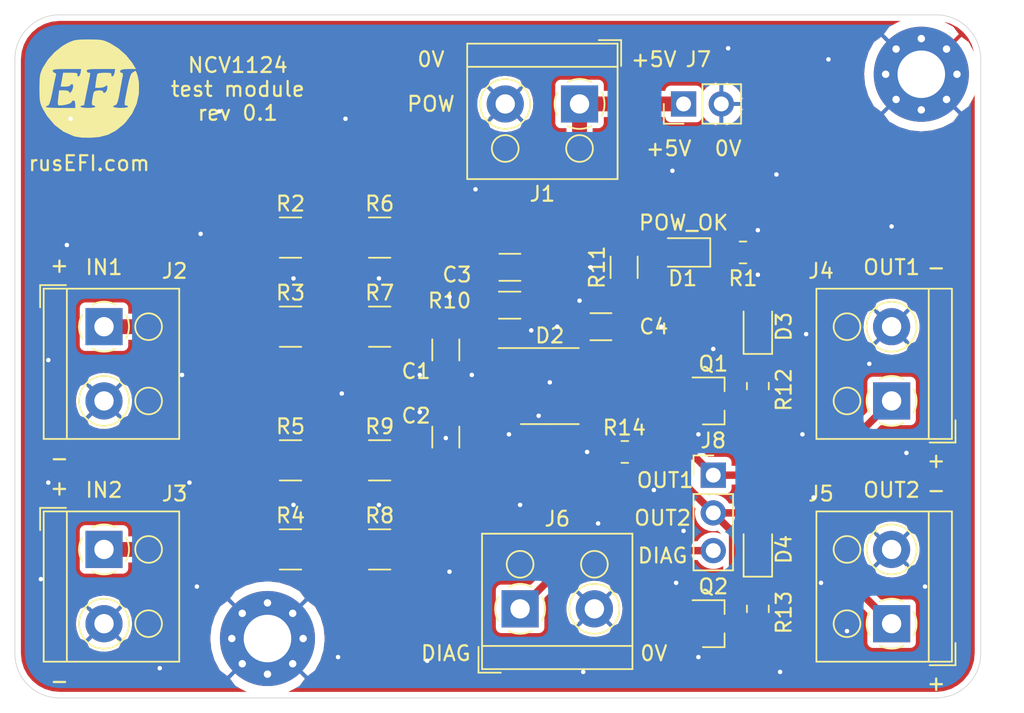
<source format=kicad_pcb>
(kicad_pcb (version 20221018) (generator pcbnew)
  (title_block (date "2020-12-12") (company "rusEFI.com"))
  (layers (0 "F.Cu" signal) (31 "B.Cu" signal) (34 "B.Paste" user) (35 "F.Paste" user) (36 "B.SilkS" user "B.Silkscreen") (37 "F.SilkS" user "F.Silkscreen") (38 "B.Mask" user) (39 "F.Mask" user) (44 "Edge.Cuts" user))
  (net 0 "")
  (net 1 "GND")
  (net 2 "Net-(C1-Pad1)")
  (net 3 "Net-(C2-Pad1)")
  (net 4 "Net-(C3-Pad2)")
  (net 5 "+5V")
  (net 6 "Net-(C4-Pad1)")
  (net 7 "Net-(D1-Pad1)")
  (net 8 "Net-(D2-Pad7)")
  (net 9 "Net-(D2-Pad6)")
  (net 10 "Net-(D2-Pad5)")
  (net 11 "Net-(D3-Pad1)")
  (net 12 "Net-(D4-Pad1)")
  (net 13 "Net-(J2-Pad1)")
  (net 14 "Net-(J3-Pad1)")
  (net 15 "Net-(Q1-Pad3)")
  (net 16 "Net-(Q2-Pad3)")
  (net 17 "Net-(R2-Pad2)")
  (net 18 "Net-(R3-Pad2)")
  (net 19 "Net-(R4-Pad2)")
  (net 20 "Net-(R5-Pad2)")
  (footprint "Capacitor_SMD:C_1206_3216Metric_Pad1.33x1.80mm_HandSolder" (layer "F.Cu") (at 134 44.5625 -90)
    (fp_text reference "C1" (at 1.4375 2) (layer "F.SilkS"))
    (fp_text value "0.022u")
    (pad "1" smd roundrect (at -1.5625 0 270) (size 1.325 1.8) (layers "F.Cu" "F.Paste" "F.Mask") (roundrect_rratio 0.1886769811) (net 2 "Net-(C1-Pad1)"))
    (pad "2" smd roundrect (at 1.5625 0 270) (size 1.325 1.8) (layers "F.Cu" "F.Paste" "F.Mask") (roundrect_rratio 0.1886769811) (net 1 "GND"))
  )
  (footprint "Capacitor_SMD:C_1206_3216Metric_Pad1.33x1.80mm_HandSolder" (layer "F.Cu") (at 134 50.4375 90)
    (fp_text reference "C2" (at 1.4375 -2) (layer "F.SilkS"))
    (fp_text value "0.022u")
    (pad "1" smd roundrect (at -1.5625 0 90) (size 1.325 1.8) (layers "F.Cu" "F.Paste" "F.Mask") (roundrect_rratio 0.1886769811) (net 3 "Net-(C2-Pad1)"))
    (pad "2" smd roundrect (at 1.5625 0 90) (size 1.325 1.8) (layers "F.Cu" "F.Paste" "F.Mask") (roundrect_rratio 0.1886769811) (net 1 "GND"))
  )
  (footprint "Capacitor_SMD:C_1206_3216Metric_Pad1.33x1.80mm_HandSolder" (layer "F.Cu") (at 144.4375 43 180)
    (fp_text reference "C4" (at -3.5625 0) (layer "F.SilkS"))
    (fp_text value "0.22u")
    (pad "1" smd roundrect (at -1.5625 0 180) (size 1.325 1.8) (layers "F.Cu" "F.Paste" "F.Mask") (roundrect_rratio 0.1886769811) (net 6 "Net-(C4-Pad1)"))
    (pad "2" smd roundrect (at 1.5625 0 180) (size 1.325 1.8) (layers "F.Cu" "F.Paste" "F.Mask") (roundrect_rratio 0.1886769811) (net 1 "GND"))
  )
  (footprint "LED_SMD:LED_0805_2012Metric_Pad1.15x1.40mm_HandSolder" (layer "F.Cu") (at 155 42.975 90)
    (fp_text reference "D3" (at -0.025 1.75 90) (layer "F.SilkS"))
    (fp_text value "LED")
    (pad "1" smd roundrect (at -1.025 0 90) (size 1.15 1.4) (layers "F.Cu" "F.Paste" "F.Mask") (roundrect_rratio 0.2173904348) (net 11 "Net-(D3-Pad1)"))
    (pad "2" smd roundrect (at 1.025 0 90) (size 1.15 1.4) (layers "F.Cu" "F.Paste" "F.Mask") (roundrect_rratio 0.2173904348) (net 5 "+5V"))
  )
  (footprint "LED_SMD:LED_0805_2012Metric_Pad1.15x1.40mm_HandSolder" (layer "F.Cu") (at 155 57.975 90)
    (fp_text reference "D4" (at -0.025 1.75 90) (layer "F.SilkS"))
    (fp_text value "LED")
    (pad "1" smd roundrect (at -1.025 0 90) (size 1.15 1.4) (layers "F.Cu" "F.Paste" "F.Mask") (roundrect_rratio 0.2173904348) (net 12 "Net-(D4-Pad1)"))
    (pad "2" smd roundrect (at 1.025 0 90) (size 1.15 1.4) (layers "F.Cu" "F.Paste" "F.Mask") (roundrect_rratio 0.2173904348) (net 5 "+5V"))
  )
  (footprint "TerminalBlock_RND:TerminalBlock_RND_205-00001_1x02_P5.00mm_Horizontal" (layer "F.Cu") (at 143 28 180)
    (fp_text reference "J1" (at 2.5 -6.06) (layer "F.SilkS"))
    (fp_text value "Screw_Terminal_01x02")
    (pad "1" thru_hole rect (at 0 0 180) (size 2.5 2.5) (drill 1.3) (layers "*.Cu" "*.Mask") (net 5 "+5V"))
    (pad "2" thru_hole circle (at 5 0 180) (size 2.5 2.5) (drill 1.3) (layers "*.Cu" "*.Mask") (net 1 "GND"))
  )
  (footprint "TerminalBlock_RND:TerminalBlock_RND_205-00001_1x02_P5.00mm_Horizontal" (layer "F.Cu") (at 111 43 -90)
    (fp_text reference "J2" (at -3.75 -4.75 180) (layer "F.SilkS"))
    (fp_text value "Screw_Terminal_01x02")
    (pad "1" thru_hole rect (at 0 0 270) (size 2.5 2.5) (drill 1.3) (layers "*.Cu" "*.Mask") (net 13 "Net-(J2-Pad1)"))
    (pad "2" thru_hole circle (at 5 0 270) (size 2.5 2.5) (drill 1.3) (layers "*.Cu" "*.Mask") (net 1 "GND"))
  )
  (footprint "TerminalBlock_RND:TerminalBlock_RND_205-00001_1x02_P5.00mm_Horizontal" (layer "F.Cu") (at 139 62)
    (fp_text reference "J6" (at 2.5 -6.06) (layer "F.SilkS"))
    (fp_text value "Screw_Terminal_01x02")
    (pad "1" thru_hole rect (at 0 0) (size 2.5 2.5) (drill 1.3) (layers "*.Cu" "*.Mask") (net 10 "Net-(D2-Pad5)"))
    (pad "2" thru_hole circle (at 5 0) (size 2.5 2.5) (drill 1.3) (layers "*.Cu" "*.Mask") (net 1 "GND"))
  )
  (footprint "Package_TO_SOT_SMD:SOT-23" (layer "F.Cu") (at 152 48)
    (fp_text reference "Q1" (at 0 -2.5) (layer "F.SilkS"))
    (fp_text value "2N7002")
    (pad "1" smd rect (at -1 -0.95) (size 0.9 0.8) (layers "F.Cu" "F.Paste" "F.Mask") (net 8 "Net-(D2-Pad7)"))
    (pad "2" smd rect (at -1 0.95) (size 0.9 0.8) (layers "F.Cu" "F.Paste" "F.Mask") (net 1 "GND"))
    (pad "3" smd rect (at 1 0) (size 0.9 0.8) (layers "F.Cu" "F.Paste" "F.Mask") (net 15 "Net-(Q1-Pad3)"))
  )
  (footprint "Resistor_SMD:R_0805_2012Metric_Pad1.20x1.40mm_HandSolder" (layer "F.Cu") (at 154 38 180)
    (fp_text reference "R1" (at 0 -1.75) (layer "F.SilkS"))
    (fp_text value "3K")
    (pad "1" smd roundrect (at -1 0 180) (size 1.2 1.4) (layers "F.Cu" "F.Paste" "F.Mask") (roundrect_rratio 0.2083325) (net 1 "GND"))
    (pad "2" smd roundrect (at 1 0 180) (size 1.2 1.4) (layers "F.Cu" "F.Paste" "F.Mask") (roundrect_rratio 0.2083325) (net 7 "Net-(D1-Pad1)"))
  )
  (footprint "Resistor_SMD:R_1210_3225Metric_Pad1.30x2.65mm_HandSolder" (layer "F.Cu") (at 123.55 37)
    (fp_text reference "R2" (at 0 -2.28) (layer "F.SilkS"))
    (fp_text value "22k")
    (pad "1" smd roundrect (at -1.55 0) (size 1.3 2.65) (layers "F.Cu" "F.Paste" "F.Mask") (roundrect_rratio 0.1923069231) (net 13 "Net-(J2-Pad1)"))
    (pad "2" smd roundrect (at 1.55 0) (size 1.3 2.65) (layers "F.Cu" "F.Paste" "F.Mask") (roundrect_rratio 0.1923069231) (net 17 "Net-(R2-Pad2)"))
  )
  (footprint "Resistor_SMD:R_1210_3225Metric_Pad1.30x2.65mm_HandSolder" (layer "F.Cu") (at 123.55 58)
    (fp_text reference "R4" (at 0 -2.28) (layer "F.SilkS"))
    (fp_text value "22k")
    (pad "1" smd roundrect (at -1.55 0) (size 1.3 2.65) (layers "F.Cu" "F.Paste" "F.Mask") (roundrect_rratio 0.1923069231) (net 14 "Net-(J3-Pad1)"))
    (pad "2" smd roundrect (at 1.55 0) (size 1.3 2.65) (layers "F.Cu" "F.Paste" "F.Mask") (roundrect_rratio 0.1923069231) (net 19 "Net-(R4-Pad2)"))
  )
  (footprint "Resistor_SMD:R_1210_3225Metric_Pad1.30x2.65mm_HandSolder" (layer "F.Cu") (at 123.55 52)
    (fp_text reference "R5" (at 0 -2.28) (layer "F.SilkS"))
    (fp_text value "22k")
    (pad "1" smd roundrect (at -1.55 0) (size 1.3 2.65) (layers "F.Cu" "F.Paste" "F.Mask") (roundrect_rratio 0.1923069231) (net 14 "Net-(J3-Pad1)"))
    (pad "2" smd roundrect (at 1.55 0) (size 1.3 2.65) (layers "F.Cu" "F.Paste" "F.Mask") (roundrect_rratio 0.1923069231) (net 20 "Net-(R5-Pad2)"))
  )
  (footprint "Resistor_SMD:R_1210_3225Metric_Pad1.30x2.65mm_HandSolder" (layer "F.Cu") (at 129.55 37)
    (fp_text reference "R6" (at 0 -2.28) (layer "F.SilkS"))
    (fp_text value "22k")
    (pad "1" smd roundrect (at -1.55 0) (size 1.3 2.65) (layers "F.Cu" "F.Paste" "F.Mask") (roundrect_rratio 0.1923069231) (net 17 "Net-(R2-Pad2)"))
    (pad "2" smd roundrect (at 1.55 0) (size 1.3 2.65) (layers "F.Cu" "F.Paste" "F.Mask") (roundrect_rratio 0.1923069231) (net 2 "Net-(C1-Pad1)"))
  )
  (footprint "Resistor_SMD:R_1210_3225Metric_Pad1.30x2.65mm_HandSolder" (layer "F.Cu") (at 129.55 43)
    (fp_text reference "R7" (at 0 -2.28) (layer "F.SilkS"))
    (fp_text value "22k")
    (pad "1" smd roundrect (at -1.55 0) (size 1.3 2.65) (layers "F.Cu" "F.Paste" "F.Mask") (roundrect_rratio 0.1923069231) (net 18 "Net-(R3-Pad2)"))
    (pad "2" smd roundrect (at 1.55 0) (size 1.3 2.65) (layers "F.Cu" "F.Paste" "F.Mask") (roundrect_rratio 0.1923069231) (net 2 "Net-(C1-Pad1)"))
  )
  (footprint "Resistor_SMD:R_1210_3225Metric_Pad1.30x2.65mm_HandSolder" (layer "F.Cu") (at 129.55 58)
    (fp_text reference "R8" (at 0 -2.28) (layer "F.SilkS"))
    (fp_text value "22k")
    (pad "1" smd roundrect (at -1.55 0) (size 1.3 2.65) (layers "F.Cu" "F.Paste" "F.Mask") (roundrect_rratio 0.1923069231) (net 19 "Net-(R4-Pad2)"))
    (pad "2" smd roundrect (at 1.55 0) (size 1.3 2.65) (layers "F.Cu" "F.Paste" "F.Mask") (roundrect_rratio 0.1923069231) (net 3 "Net-(C2-Pad1)"))
  )
  (footprint "Resistor_SMD:R_1210_3225Metric_Pad1.30x2.65mm_HandSolder" (layer "F.Cu") (at 129.55 52)
    (fp_text reference "R9" (at 0 -2.28) (layer "F.SilkS"))
    (fp_text value "22k")
    (pad "1" smd roundrect (at -1.55 0) (size 1.3 2.65) (layers "F.Cu" "F.Paste" "F.Mask") (roundrect_rratio 0.1923069231) (net 20 "Net-(R5-Pad2)"))
    (pad "2" smd roundrect (at 1.55 0) (size 1.3 2.65) (layers "F.Cu" "F.Paste" "F.Mask") (roundrect_rratio 0.1923069231) (net 3 "Net-(C2-Pad1)"))
  )
  (footprint "Resistor_SMD:R_0805_2012Metric_Pad1.20x1.40mm_HandSolder" (layer "F.Cu") (at 155 47 90)
    (fp_text reference "R12" (at -0.25 1.75 90) (layer "F.SilkS"))
    (fp_text value "3K")
    (pad "1" smd roundrect (at -1 0 90) (size 1.2 1.4) (layers "F.Cu" "F.Paste" "F.Mask") (roundrect_rratio 0.2083325) (net 15 "Net-(Q1-Pad3)"))
    (pad "2" smd roundrect (at 1 0 90) (size 1.2 1.4) (layers "F.Cu" "F.Paste" "F.Mask") (roundrect_rratio 0.2083325) (net 11 "Net-(D3-Pad1)"))
  )
  (footprint "Resistor_SMD:R_1210_3225Metric_Pad1.30x2.65mm_HandSolder" (layer "F.Cu") (at 123.55 43)
    (fp_text reference "R3" (at 0 -2.28) (layer "F.SilkS"))
    (fp_text value "22k")
    (pad "1" smd roundrect (at -1.55 0) (size 1.3 2.65) (layers "F.Cu" "F.Paste" "F.Mask") (roundrect_rratio 0.1923069231) (net 13 "Net-(J2-Pad1)"))
    (pad "2" smd roundrect (at 1.55 0) (size 1.3 2.65) (layers "F.Cu" "F.Paste" "F.Mask") (roundrect_rratio 0.1923069231) (net 18 "Net-(R3-Pad2)"))
  )
  (footprint "Package_SO:SO-8_3.9x4.9mm_P1.27mm" (layer "F.Cu") (at 141 47)
    (fp_text reference "D2" (at 0 -3.4) (layer "F.SilkS"))
    (fp_text value "NCV1124")
    (pad "1" smd roundrect (at -2.575 -1.905) (size 1.75 0.6) (layers "F.Cu" "F.Paste" "F.Mask") (net 4 "Net-(C3-Pad2)"))
    (pad "2" smd roundrect (at -2.575 -0.635) (size 1.75 0.6) (layers "F.Cu" "F.Paste" "F.Mask") (net 2 "Net-(C1-Pad1)"))
    (pad "3" smd roundrect (at -2.575 0.635) (size 1.75 0.6) (layers "F.Cu" "F.Paste" "F.Mask") (net 3 "Net-(C2-Pad1)"))
    (pad "4" smd roundrect (at -2.575 1.905) (size 1.75 0.6) (layers "F.Cu" "F.Paste" "F.Mask") (net 1 "GND"))
    (pad "5" smd roundrect (at 2.575 1.905) (size 1.75 0.6) (layers "F.Cu" "F.Paste" "F.Mask") (net 10 "Net-(D2-Pad5)"))
    (pad "6" smd roundrect (at 2.575 0.635) (size 1.75 0.6) (layers "F.Cu" "F.Paste" "F.Mask") (net 9 "Net-(D2-Pad6)"))
    (pad "7" smd roundrect (at 2.575 -0.635) (size 1.75 0.6) (layers "F.Cu" "F.Paste" "F.Mask") (net 8 "Net-(D2-Pad7)"))
    (pad "8" smd roundrect (at 2.575 -1.905) (size 1.75 0.6) (layers "F.Cu" "F.Paste" "F.Mask") (net 6 "Net-(C4-Pad1)"))
  )
  (footprint "LED_SMD:LED_0805_2012Metric_Pad1.15x1.40mm_HandSolder" (layer "F.Cu") (at 149.9375 38 180)
    (fp_text reference "D1" (at 0 -1.75) (layer "F.SilkS"))
    (fp_text value "LED")
    (pad "1" smd roundrect (at -1.025 0 180) (size 1.15 1.4) (layers "F.Cu" "F.Paste" "F.Mask") (roundrect_rratio 0.2173904348) (net 7 "Net-(D1-Pad1)"))
    (pad "2" smd roundrect (at 1.025 0 180) (size 1.15 1.4) (layers "F.Cu" "F.Paste" "F.Mask") (roundrect_rratio 0.2173904348) (net 5 "+5V"))
  )
  (footprint "Package_TO_SOT_SMD:SOT-23" (layer "F.Cu") (at 152 63)
    (fp_text reference "Q2" (at 0 -2.5) (layer "F.SilkS"))
    (fp_text value "2N7002")
    (pad "1" smd rect (at -1 -0.95) (size 0.9 0.8) (layers "F.Cu" "F.Paste" "F.Mask") (net 9 "Net-(D2-Pad6)"))
    (pad "2" smd rect (at -1 0.95) (size 0.9 0.8) (layers "F.Cu" "F.Paste" "F.Mask") (net 1 "GND"))
    (pad "3" smd rect (at 1 0) (size 0.9 0.8) (layers "F.Cu" "F.Paste" "F.Mask") (net 16 "Net-(Q2-Pad3)"))
  )
  (footprint "Resistor_SMD:R_0805_2012Metric_Pad1.20x1.40mm_HandSolder" (layer "F.Cu") (at 155 62 90)
    (fp_text reference "R13" (at -0.25 1.75 90) (layer "F.SilkS"))
    (fp_text value "3K")
    (pad "1" smd roundrect (at -1 0 90) (size 1.2 1.4) (layers "F.Cu" "F.Paste" "F.Mask") (roundrect_rratio 0.2083325) (net 16 "Net-(Q2-Pad3)"))
    (pad "2" smd roundrect (at 1 0 90) (size 1.2 1.4) (layers "F.Cu" "F.Paste" "F.Mask") (roundrect_rratio 0.2083325) (net 12 "Net-(D4-Pad1)"))
  )
  (footprint "rusefi_lib:LOGO" (layer "F.Cu") (at 110 27)
    (fp_text reference "G1" hide)
    (fp_text value "LOGO" hide)
  )
  (footprint "Resistor_SMD:R_1206_3216Metric_Pad1.30x1.75mm_HandSolder" (layer "F.Cu") (at 146 39 90)
    (fp_text reference "R11" (at 0 -1.82 90) (layer "F.SilkS"))
    (fp_text value "39")
    (pad "1" smd roundrect (at -1.55 0 90) (size 1.3 1.75) (layers "F.Cu" "F.Paste" "F.Mask") (roundrect_rratio 0.1923069231) (net 6 "Net-(C4-Pad1)"))
    (pad "2" smd roundrect (at 1.55 0 90) (size 1.3 1.75) (layers "F.Cu" "F.Paste" "F.Mask") (roundrect_rratio 0.1923069231) (net 5 "+5V"))
  )
  (footprint "TerminalBlock_RND:TerminalBlock_RND_205-00001_1x02_P5.00mm_Horizontal" (layer "F.Cu") (at 164 63 90)
    (fp_text reference "J5" (at 8.75 -4.75 180) (layer "F.SilkS"))
    (fp_text value "Screw_Terminal_01x02")
    (pad "1" thru_hole rect (at 0 0 90) (size 2.5 2.5) (drill 1.3) (layers "*.Cu" "*.Mask") (net 9 "Net-(D2-Pad6)"))
    (pad "2" thru_hole circle (at 5 0 90) (size 2.5 2.5) (drill 1.3) (layers "*.Cu" "*.Mask") (net 1 "GND"))
  )
  (footprint "TerminalBlock_RND:TerminalBlock_RND_205-00001_1x02_P5.00mm_Horizontal" (layer "F.Cu") (at 164 48 90)
    (fp_text reference "J4" (at 8.75 -4.75 180) (layer "F.SilkS"))
    (fp_text value "Screw_Terminal_01x02")
    (pad "1" thru_hole rect (at 0 0 90) (size 2.5 2.5) (drill 1.3) (layers "*.Cu" "*.Mask") (net 8 "Net-(D2-Pad7)"))
    (pad "2" thru_hole circle (at 5 0 90) (size 2.5 2.5) (drill 1.3) (layers "*.Cu" "*.Mask") (net 1 "GND"))
  )
  (footprint "TerminalBlock_RND:TerminalBlock_RND_205-00001_1x02_P5.00mm_Horizontal" (layer "F.Cu") (at 111 58 -90)
    (fp_text reference "J3" (at -3.75 -4.75 180) (layer "F.SilkS"))
    (fp_text value "Screw_Terminal_01x02")
    (pad "1" thru_hole rect (at 0 0 270) (size 2.5 2.5) (drill 1.3) (layers "*.Cu" "*.Mask") (net 14 "Net-(J3-Pad1)"))
    (pad "2" thru_hole circle (at 5 0 270) (size 2.5 2.5) (drill 1.3) (layers "*.Cu" "*.Mask") (net 1 "GND"))
  )
  (footprint "MountingHole:MountingHole_3.2mm_M3_Pad_Via" (layer "F.Cu") (at 122 64)
    (fp_text reference "H1" hide)
    (fp_text value "MountingHole_Pad")
    (pad "1" thru_hole circle (at -2.4 0) (size 0.8 0.8) (drill 0.5) (layers "*.Cu" "*.Mask") (net 1 "GND"))
    (pad "1" thru_hole circle (at -1.697056 -1.697056) (size 0.8 0.8) (drill 0.5) (layers "*.Cu" "*.Mask") (net 1 "GND"))
    (pad "1" thru_hole circle (at -1.697056 1.697056) (size 0.8 0.8) (drill 0.5) (layers "*.Cu" "*.Mask") (net 1 "GND"))
    (pad "1" thru_hole circle (at 0 -2.4) (size 0.8 0.8) (drill 0.5) (layers "*.Cu" "*.Mask") (net 1 "GND"))
    (pad "1" thru_hole circle (at 0 0) (size 6.4 6.4) (drill 3.2) (layers "*.Cu" "*.Mask") (net 1 "GND"))
    (pad "1" thru_hole circle (at 0 2.4) (size 0.8 0.8) (drill 0.5) (layers "*.Cu" "*.Mask") (net 1 "GND"))
    (pad "1" thru_hole circle (at 1.697056 -1.697056) (size 0.8 0.8) (drill 0.5) (layers "*.Cu" "*.Mask") (net 1 "GND"))
    (pad "1" thru_hole circle (at 1.697056 1.697056) (size 0.8 0.8) (drill 0.5) (layers "*.Cu" "*.Mask") (net 1 "GND"))
    (pad "1" thru_hole circle (at 2.4 0) (size 0.8 0.8) (drill 0.5) (layers "*.Cu" "*.Mask") (net 1 "GND"))
  )
  (footprint "MountingHole:MountingHole_3.2mm_M3_Pad_Via" (layer "F.Cu") (at 166 26)
    (fp_text reference "H2" hide)
    (fp_text value "MountingHole_Pad")
    (pad "1" thru_hole circle (at -2.4 0) (size 0.8 0.8) (drill 0.5) (layers "*.Cu" "*.Mask") (net 1 "GND"))
    (pad "1" thru_hole circle (at -1.697056 -1.697056) (size 0.8 0.8) (drill 0.5) (layers "*.Cu" "*.Mask") (net 1 "GND"))
    (pad "1" thru_hole circle (at -1.697056 1.697056) (size 0.8 0.8) (drill 0.5) (layers "*.Cu" "*.Mask") (net 1 "GND"))
    (pad "1" thru_hole circle (at 0 -2.4) (size 0.8 0.8) (drill 0.5) (layers "*.Cu" "*.Mask") (net 1 "GND"))
    (pad "1" thru_hole circle (at 0 0) (size 6.4 6.4) (drill 3.2) (layers "*.Cu" "*.Mask") (net 1 "GND"))
    (pad "1" thru_hole circle (at 0 2.4) (size 0.8 0.8) (drill 0.5) (layers "*.Cu" "*.Mask") (net 1 "GND"))
    (pad "1" thru_hole circle (at 1.697056 -1.697056) (size 0.8 0.8) (drill 0.5) (layers "*.Cu" "*.Mask") (net 1 "GND"))
    (pad "1" thru_hole circle (at 1.697056 1.697056) (size 0.8 0.8) (drill 0.5) (layers "*.Cu" "*.Mask") (net 1 "GND"))
    (pad "1" thru_hole circle (at 2.4 0) (size 0.8 0.8) (drill 0.5) (layers "*.Cu" "*.Mask") (net 1 "GND"))
  )
  (footprint "Connector_PinHeader_2.54mm:PinHeader_1x03_P2.54mm_Vertical" (layer "F.Cu") (at 152 53)
    (fp_text reference "J8" (at 0 -2.33) (layer "F.SilkS"))
    (fp_text value "Conn_01x03_Male")
    (pad "1" thru_hole rect (at 0 0) (size 1.7 1.7) (drill 1) (layers "*.Cu" "*.Mask") (net 8 "Net-(D2-Pad7)"))
    (pad "2" thru_hole oval (at 0 2.54) (size 1.7 1.7) (drill 1) (layers "*.Cu" "*.Mask") (net 9 "Net-(D2-Pad6)"))
    (pad "3" thru_hole oval (at 0 5.08) (size 1.7 1.7) (drill 1) (layers "*.Cu" "*.Mask") (net 10 "Net-(D2-Pad5)"))
  )
  (footprint "Connector_PinHeader_2.54mm:PinHeader_1x02_P2.54mm_Vertical" (layer "F.Cu") (at 150 28 90)
    (fp_text reference "J7" (at 3 1 180) (layer "F.SilkS"))
    (fp_text value "Conn_01x02_Male")
    (pad "1" thru_hole rect (at 0 0 90) (size 1.7 1.7) (drill 1) (layers "*.Cu" "*.Mask") (net 5 "+5V"))
    (pad "2" thru_hole oval (at 0 2.54 90) (size 1.7 1.7) (drill 1) (layers "*.Cu" "*.Mask") (net 1 "GND"))
  )
  (footprint "Resistor_SMD:R_1206_3216Metric_Pad1.30x1.75mm_HandSolder" (layer "F.Cu") (at 138.3 41.55 180)
    (fp_text reference "R10" (at 4.05 0.3) (layer "F.SilkS"))
    (fp_text value "24k")
    (pad "1" smd roundrect (at -1.55 0 180) (size 1.3 1.75) (layers "F.Cu" "F.Paste" "F.Mask") (roundrect_rratio 0.1923069231) (net 1 "GND"))
    (pad "2" smd roundrect (at 1.55 0 180) (size 1.3 1.75) (layers "F.Cu" "F.Paste" "F.Mask") (roundrect_rratio 0.1923069231) (net 4 "Net-(C3-Pad2)"))
  )
  (footprint "Capacitor_SMD:C_1206_3216Metric_Pad1.33x1.80mm_HandSolder" (layer "F.Cu") (at 138.3125 39 180)
    (fp_text reference "C3" (at 3.5625 -0.5) (layer "F.SilkS"))
    (fp_text value "0.022u")
    (pad "1" smd roundrect (at -1.5625 0 180) (size 1.325 1.8) (layers "F.Cu" "F.Paste" "F.Mask") (roundrect_rratio 0.1886769811) (net 5 "+5V"))
    (pad "2" smd roundrect (at 1.5625 0 180) (size 1.325 1.8) (layers "F.Cu" "F.Paste" "F.Mask") (roundrect_rratio 0.1886769811) (net 4 "Net-(C3-Pad2)"))
  )
  (footprint "Resistor_SMD:R_0805_2012Metric_Pad1.20x1.40mm_HandSolder" (layer "F.Cu") (at 146.05 51.435)
    (fp_text reference "R14" (at -0.035849 -1.630174) (layer "F.SilkS"))
    (fp_text value "3K")
    (pad "1" smd roundrect (at -1 0) (size 1.2 1.4) (layers "F.Cu" "F.Paste" "F.Mask") (roundrect_rratio 0.2083325) (net 1 "GND"))
    (pad "2" smd roundrect (at 1 0) (size 1.2 1.4) (layers "F.Cu" "F.Paste" "F.Mask") (roundrect_rratio 0.2083325) (net 10 "Net-(D2-Pad5)"))
  )
  (gr_line (start 105 65) (end 105 25) (stroke (width 0.05)) (layer "Edge.Cuts"))
  (gr_arc (start 105 25) (mid 105.87868 22.87868) (end 108 22) (stroke (width 0.05)) (layer "Edge.Cuts"))
  (gr_line (start 108 22) (end 167 22) (stroke (width 0.05)) (layer "Edge.Cuts"))
  (gr_line (start 167 68) (end 108 68) (stroke (width 0.05)) (layer "Edge.Cuts"))
  (gr_arc (start 170 65) (mid 169.12132 67.12132) (end 167 68) (stroke (width 0.05)) (layer "Edge.Cuts"))
  (gr_line (start 170 25) (end 170 65) (stroke (width 0.05)) (layer "Edge.Cuts"))
  (gr_arc (start 108 68) (mid 105.87868 67.12132) (end 105 65) (stroke (width 0.05)) (layer "Edge.Cuts"))
  (gr_arc (start 167 22) (mid 169.12132 22.87868) (end 170 25) (stroke (width 0.05)) (layer "Edge.Cuts"))
  (gr_text "+" (at 108 39 180) (layer "F.SilkS") (effects (font (size 1 1))))
  (gr_text "-" (at 108 52 180) (layer "F.SilkS") (effects (font (size 1 1))))
  (gr_text "0V" (at 148 65) (layer "F.SilkS") (effects (font (size 1 1))))
  (gr_text "+5V" (at 149 31) (layer "F.SilkS") (effects (font (size 1 1))))
  (gr_text "0V" (at 153 31) (layer "F.SilkS") (effects (font (size 1 1))))
  (gr_text "DIAG" (at 148.59 58.42) (layer "F.SilkS") (effects (font (size 1 1))))
  (gr_text "OUT2" (at 148.59 55.88) (layer "F.SilkS") (effects (font (size 1 1))))
  (gr_text "OUT1" (at 148.76 53.34) (layer "F.SilkS") (effects (font (size 1 1))))
  (gr_text "-" (at 167 39) (layer "F.SilkS") (effects (font (size 1 1))))
  (gr_text "+" (at 167 67) (layer "F.SilkS") (effects (font (size 1 1))))
  (gr_text "+" (at 108 54 180) (layer "F.SilkS") (effects (font (size 1 1))))
  (gr_text "DIAG" (at 134 65) (layer "F.SilkS") (effects (font (size 1 1))))
  (gr_text "POW_OK" (at 150 36) (layer "F.SilkS") (effects (font (size 1 1))))
  (gr_text "rusEFI.com" (at 110 32) (layer "F.SilkS") (effects (font (size 1 1))))
  (gr_text "NCV1124\ntest module\nrev 0.1" (at 120 27) (layer "F.SilkS") (effects (font (size 1 1))))
  (gr_text "-" (at 167 54) (layer "F.SilkS") (effects (font (size 1 1))))
  (gr_text "IN2" (at 111 54) (layer "F.SilkS") (effects (font (size 1 1))))
  (gr_text "IN1" (at 111 39) (layer "F.SilkS") (effects (font (size 1 1))))
  (gr_text "OUT1" (at 164 39) (layer "F.SilkS") (effects (font (size 1 1))))
  (gr_text "+" (at 167 52) (layer "F.SilkS") (effects (font (size 1 1))))
  (gr_text "POW" (at 133 28) (layer "F.SilkS") (effects (font (size 1 1))))
  (gr_text "OUT2" (at 164 54) (layer "F.SilkS") (effects (font (size 1 1))))
  (gr_text "-" (at 108 67 180) (layer "F.SilkS") (effects (font (size 1 1))))
  (gr_text "0V" (at 133 25) (layer "F.SilkS") (effects (font (size 1 1))))
  (gr_text "+5V" (at 148 25) (layer "F.SilkS") (effects (font (size 1 1))))
  (segment (start 141.1 41.55) (end 139.85 41.55) (width 1) (layer "F.Cu") (net 1))
  (segment (start 141.1 41.55) (end 141.425 41.55) (width 1) (layer "F.Cu") (net 1))
  (via (at 148 54) (size 0.61) (drill 0.3) (layers "F.Cu" "B.Cu") (net 1))
  (via (at 132.75 65.5) (size 0.61) (drill 0.3) (layers "F.Cu" "B.Cu") (net 1))
  (via (at 153 24.25) (size 0.61) (drill 0.3) (layers "F.Cu" "B.Cu") (net 1))
  (via (at 116.25 46.25) (size 0.61) (drill 0.3) (layers "F.Cu" "B.Cu") (net 1))
  (via (at 143.75 39) (size 0.61) (drill 0.3) (layers "F.Cu" "B.Cu") (net 1))
  (via (at 117.5 36.75) (size 0.61) (drill 0.3) (layers "F.Cu" "B.Cu") (net 1))
  (via (at 151 50.25) (size 0.61) (drill 0.3) (layers "F.Cu" "B.Cu") (net 1))
  (via (at 139.75 43.25) (size 0.61) (drill 0.3) (layers "F.Cu" "B.Cu") (net 1))
  (via (at 138.25 50.25) (size 0.61) (drill 0.3) (layers "F.Cu" "B.Cu") (net 1))
  (via (at 114.75 66) (size 0.61) (drill 0.3) (layers "F.Cu" "B.Cu") (net 1))
  (via (at 149.25 32.5) (size 0.61) (drill 0.3) (layers "F.Cu" "B.Cu") (net 1))
  (via (at 143.25 66.25) (size 0.61) (drill 0.3) (layers "F.Cu" "B.Cu") (net 1))
  (via (at 144.25 56.25) (size 0.61) (drill 0.3) (layers "F.Cu" "B.Cu") (net 1))
  (via (at 141.5 43) (size 0.61) (drill 0.3) (layers "F.Cu" "B.Cu") (net 1))
  (via (at 143.51 51.435) (size 0.61) (drill 0.3) (layers "F.Cu" "B.Cu") (net 1))
  (via (at 118.75 28.5) (size 0.61) (drill 0.3) (layers "F.Cu" "B.Cu") (net 1))
  (via (at 156.25 32.75) (size 0.61) (drill 0.3) (layers "F.Cu" "B.Cu") (net 1))
  (via (at 158.25 43.5) (size 0.61) (drill 0.3) (layers "F.Cu" "B.Cu") (net 1))
  (via (at 152 44.5) (size 0.61) (drill 0.3) (layers "F.Cu" "B.Cu") (net 1))
  (via (at 127.25 29) (size 0.61) (drill 0.3) (layers "F.Cu" "B.Cu") (net 1))
  (via (at 156.5 66.25) (size 0.61) (drill 0.3) (layers "F.Cu" "B.Cu") (net 1))
  (via (at 116.75 53.5) (size 0.61) (drill 0.3) (layers "F.Cu" "B.Cu") (net 1))
  (via (at 150 56.75) (size 0.61) (drill 0.3) (layers "F.Cu" "B.Cu") (net 1))
  (via (at 159.75 25) (size 0.61) (drill 0.3) (layers "F.Cu" "B.Cu") (net 1))
  (via (at 161 63.5) (size 0.61) (drill 0.3) (layers "F.Cu" "B.Cu") (net 1))
  (via (at 149.5 60.25) (size 0.61) (drill 0.3) (layers "F.Cu" "B.Cu") (net 1))
  (via (at 129.5 55) (size 0.61) (drill 0.3) (layers "F.Cu" "B.Cu") (net 1))
  (via (at 132.25 46.25) (size 0.61) (drill 0.3) (layers "F.Cu" "B.Cu") (net 1))
  (via (at 117.25 60.5) (size 0.61) (drill 0.3) (layers "F.Cu" "B.Cu") (net 1))
  (via (at 165 51.5) (size 0.61) (drill 0.3) (layers "F.Cu" "B.Cu") (net 1))
  (via (at 107.25 45.25) (size 0.61) (drill 0.3) (layers "F.Cu" "B.Cu") (net 1))
  (via (at 139 55) (size 0.61) (drill 0.3) (layers "F.Cu" "B.Cu") (net 1))
  (via (at 155 39.5) (size 0.61) (drill 0.3) (layers "F.Cu" "B.Cu") (net 1))
  (via (at 123.75 55) (size 0.61) (drill 0.3) (layers "F.Cu" "B.Cu") (net 1))
  (via (at 134 50.5) (size 0.61) (drill 0.3) (layers "F.Cu" "B.Cu") (net 1))
  (via (at 126.75 65.25) (size 0.61) (drill 0.3) (layers "F.Cu" "B.Cu") (net 1))
  (via (at 108.75 29) (size 0.61) (drill 0.3) (layers "F.Cu" "B.Cu") (net 1))
  (via (at 132.25 48.75) (size 0.61) (drill 0.3) (layers "F.Cu" "B.Cu") (net 1))
  (via (at 108.5 37.5) (size 0.61) (drill 0.3) (layers "F.Cu" "B.Cu") (net 1))
  (via (at 136 33.75) (size 0.61) (drill 0.3) (layers "F.Cu" "B.Cu") (net 1))
  (via (at 155 36.5) (size 0.61) (drill 0.3) (layers "F.Cu" "B.Cu") (net 1))
  (via (at 159.25 60.25) (size 0.61) (drill 0.3) (layers "F.Cu" "B.Cu") (net 1))
  (via (at 162.5 45.5) (size 0.61) (drill 0.3) (layers "F.Cu" "B.Cu") (net 1))
  (via (at 140.25 49) (size 0.61) (drill 0.3) (layers "F.Cu" "B.Cu") (net 1))
  (via (at 166.25 60.5) (size 0.61) (drill 0.3) (layers "F.Cu" "B.Cu") (net 1))
  (via (at 158.75 54.5) (size 0.61) (drill 0.3) (layers "F.Cu" "B.Cu") (net 1))
  (via (at 141 46.75) (size 0.61) (drill 0.3) (layers "F.Cu" "B.Cu") (net 1))
  (via (at 158 50.25) (size 0.61) (drill 0.3) (layers "F.Cu" "B.Cu") (net 1))
  (via (at 129.5 39.75) (size 0.61) (drill 0.3) (layers "F.Cu" "B.Cu") (net 1))
  (via (at 148.5 43) (size 0.61) (drill 0.3) (layers "F.Cu" "B.Cu") (net 1))
  (via (at 134.25 41) (size 0.61) (drill 0.3) (layers "F.Cu" "B.Cu") (net 1))
  (via (at 106.75 60) (size 0.61) (drill 0.3) (layers "F.Cu" "B.Cu") (net 1))
  (via (at 143 41.25) (size 0.61) (drill 0.3) (layers "F.Cu" "B.Cu") (net 1))
  (via (at 127 47.5) (size 0.61) (drill 0.3) (layers "F.Cu" "B.Cu") (net 1))
  (via (at 151 65.25) (size 0.61) (drill 0.3) (layers "F.Cu" "B.Cu") (net 1))
  (via (at 164 36.25) (size 0.61) (drill 0.3) (layers "F.Cu" "B.Cu") (net 1))
  (via (at 123.75 39.75) (size 0.61) (drill 0.3) (layers "F.Cu" "B.Cu") (net 1))
  (via (at 107.25 53.5) (size 0.61) (drill 0.3) (layers "F.Cu" "B.Cu") (net 1))
  (via (at 134.25 59.5) (size 0.61) (drill 0.3) (layers "F.Cu" "B.Cu") (net 1))
  (via (at 135.75 46.25) (size 0.61) (drill 0.3) (layers "F.Cu" "B.Cu") (net 1))
  (segment (start 134.185 43) (end 134 43) (width 0.5) (layer "F.Cu") (net 2))
  (segment (start 138.425 46.365) (end 137.55 46.365) (width 0.5) (layer "F.Cu") (net 2))
  (segment (start 131.1 43) (end 134 43) (width 1) (layer "F.Cu") (net 2))
  (segment (start 137.55 46.365) (end 134.185 43) (width 0.5) (layer "F.Cu") (net 2))
  (segment (start 131.1 37) (end 131.1 43) (width 1) (layer "F.Cu") (net 2))
  (segment (start 135 52) (end 134 52) (width 0.5) (layer "F.Cu") (net 3))
  (segment (start 136.75 50.25) (end 135 52) (width 0.5) (layer "F.Cu") (net 3))
  (segment (start 131.1 52) (end 134 52) (width 1) (layer "F.Cu") (net 3))
  (segment (start 138.425 47.635) (end 137.55 47.635) (width 0.5) (layer "F.Cu") (net 3))
  (segment (start 136.75 48.435) (end 136.75 50.25) (width 0.5) (layer "F.Cu") (net 3))
  (segment (start 131.1 58) (end 131.1 52) (width 1) (layer "F.Cu") (net 3))
  (segment (start 137.55 47.635) (end 136.75 48.435) (width 0.5) (layer "F.Cu") (net 3))
  (segment (start 136.75 41.55) (end 136.75 39) (width 0.5) (layer "F.Cu") (net 4))
  (segment (start 136.75 44.575038) (end 136.75 41.55) (width 0.5) (layer "F.Cu") (net 4))
  (segment (start 138.425 45.095) (end 137.269962 45.095) (width 0.5) (layer "F.Cu") (net 4))
  (segment (start 137.269962 45.095) (end 136.75 44.575038) (width 0.5) (layer "F.Cu") (net 4))
  (segment (start 161 66) (end 165.75 66) (width 1) (layer "F.Cu") (net 5))
  (segment (start 143 37.125) (end 142.675 37.45) (width 1) (layer "F.Cu") (net 5))
  (segment (start 148.9125 38) (end 146.55 38) (width 1) (layer "F.Cu") (net 5))
  (segment (start 139.875 39) (end 141.125 39) (width 1) (layer "F.Cu") (net 5))
  (segment (start 152.1625 41.95) (end 148.9125 38.7) (width 1) (layer "F.Cu") (net 5))
  (segment (start 156.95 40) (end 155 41.95) (width 1) (layer "F.Cu") (net 5))
  (segment (start 168 63.75) (end 168 42) (width 1) (layer "F.Cu") (net 5))
  (segment (start 146 37.45) (end 142.675 37.45) (width 1) (layer "F.Cu") (net 5))
  (segment (start 166 40) (end 156.95 40) (width 1) (layer "F.Cu") (net 5))
  (segment (start 146.55 38) (end 146 37.45) (width 1) (layer "F.Cu") (net 5))
  (segment (start 148.9125 38.7) (end 148.9125 38) (width 1) (layer "F.Cu") (net 5))
  (segment (start 143 28) (end 143 37.125) (width 1) (layer "F.Cu") (net 5))
  (segment (start 150 28) (end 143 28) (width 1) (layer "F.Cu") (net 5))
  (segment (start 168 42) (end 166 40) (width 1) (layer "F.Cu") (net 5))
  (segment (start 155 41.95) (end 152.1625 41.95) (width 1) (layer "F.Cu") (net 5))
  (segment (start 155 56.95) (end 155.7 56.95) (width 1) (layer "F.Cu") (net 5))
  (segment (start 142.675 37.45) (end 141.125 39) (width 1) (layer "F.Cu") (net 5))
  (segment (start 158 63) (end 161 66) (width 1) (layer "F.Cu") (net 5))
  (segment (start 158 59.25) (end 158 63) (width 1) (layer "F.Cu") (net 5))
  (segment (start 165.75 66) (end 168 63.75) (width 1) (layer "F.Cu") (net 5))
  (segment (start 155.7 56.95) (end 158 59.25) (width 1) (layer "F.Cu") (net 5))
  (segment (start 143.575 45.095) (end 144.905 45.095) (width 0.5) (layer "F.Cu") (net 6))
  (segment (start 144.905 45.095) (end 146 44) (width 0.5) (layer "F.Cu") (net 6))
  (segment (start 146 44) (end 146 40.55) (width 0.5) (layer "F.Cu") (net 6))
  (segment (start 150.9625 38) (end 153 38) (width 0.5) (layer "F.Cu") (net 7))
  (segment (start 149.225 50.225) (end 149.225 46.375) (width 0.5) (layer "F.Cu") (net 8))
  (segment (start 152 53) (end 149.225 50.225) (width 0.5) (layer "F.Cu") (net 8))
  (segment (start 148.635 46.365) (end 150.315 46.365) (width 0.5) (layer "F.Cu") (net 8))
  (segment (start 159 53) (end 164 48) (width 0.5) (layer "F.Cu") (net 8))
  (segment (start 152 53) (end 159 53) (width 0.5) (layer "F.Cu") (net 8))
  (segment (start 149.225 46.375) (end 149.215 46.365) (width 0.5) (layer "F.Cu") (net 8))
  (segment (start 143.575 46.365) (end 148.635 46.365) (width 0.5) (layer "F.Cu") (net 8))
  (segment (start 149.215 46.365) (end 148.635 46.365) (width 0.5) (layer "F.Cu") (net 8))
  (segment (start 150.315 46.365) (end 151 47.05) (width 0.5) (layer "F.Cu") (net 8))
  (segment (start 143.575 47.635) (end 146.635 47.635) (width 0.5) (layer "F.Cu") (net 9))
  (segment (start 153.300001 56.840001) (end 153.300001 59.749999) (width 0.5) (layer "F.Cu") (net 9))
  (segment (start 152 55.54) (end 156.54 55.54) (width 0.5) (layer "F.Cu") (net 9))
  (segment (start 152 55.54) (end 153.300001 56.840001) (width 0.5) (layer "F.Cu") (net 9))
  (segment (start 146.635 47.635) (end 148.524989 49.524989) (width 0.5) (layer "F.Cu") (net 9))
  (segment (start 148.524989 52.064989) (end 152 55.54) (width 0.5) (layer "F.Cu") (net 9))
  (segment (start 153.300001 59.749999) (end 151 62.05) (width 0.5) (layer "F.Cu") (net 9))
  (segment (start 156.54 55.54) (end 164 63) (width 0.5) (layer "F.Cu") (net 9))
  (segment (start 148.524989 49.524989) (end 148.524989 52.064989) (width 0.5) (layer "F.Cu") (net 9))
  (segment (start 147 49.5) (end 147 58.08) (width 0.5) (layer "F.Cu") (net 10))
  (segment (start 152 58.08) (end 145.92 58.08) (width 0.5) (layer "F.Cu") (net 10))
  (segment (start 142.92 58.08) (end 139 62) (width 0.5) (layer "F.Cu") (net 10))
  (segment (start 146.405 48.905) (end 147 49.5) (width 0.5) (layer "F.Cu") (net 10))
  (segment (start 143.575 48.905) (end 146.405 48.905) (width 0.5) (layer "F.Cu") (net 10))
  (segment (start 147 58.08) (end 145.92 58.08) (width 0.5) (layer "F.Cu") (net 10))
  (segment (start 145.92 58.08) (end 142.92 58.08) (width 0.5) (layer "F.Cu") (net 10))
  (segment (start 155 46) (end 155 44) (width 0.5) (layer "F.Cu") (net 11))
  (segment (start 155 61) (end 155 59) (width 0.5) (layer "F.Cu") (net 12))
  (segment (start 111 43) (end 122 43) (width 1) (layer "F.Cu") (net 13))
  (segment (start 122 43) (end 122 37) (width 1) (layer "F.Cu") (net 13))
  (segment (start 122 58) (end 122 52) (width 1) (layer "F.Cu") (net 14))
  (segment (start 111 58) (end 122 58) (width 1) (layer "F.Cu") (net 14))
  (segment (start 153 48) (end 155 48) (width 0.5) (layer "F.Cu") (net 15))
  (segment (start 153 63) (end 155 63) (width 0.5) (layer "F.Cu") (net 16))
  (segment (start 125.1 37) (end 128 37) (width 1) (layer "F.Cu") (net 17))
  (segment (start 125.1 43) (end 128 43) (width 1) (layer "F.Cu") (net 18))
  (segment (start 125.1 58) (end 128 58) (width 1) (layer "F.Cu") (net 19))
  (segment (start 125.1 52) (end 128 52) (width 1) (layer "F.Cu") (net 20))
  (zone (net 1) (net_name "GND") (layer "F.Cu") (connect_pads (clearance 0.254)) (min_thickness 0.254) (fill yes (thermal_gap 0.508) (thermal_bridge_width 0.508))
    (polygon (pts (xy 171 69) (xy 104 69) (xy 104 21) (xy 171 21)))
  )
  (zone (net 1) (net_name "GND") (layer "B.Cu") (connect_pads (clearance 0.508)) (min_thickness 0.254) (fill yes (thermal_gap 0.508) (thermal_bridge_width 0.508))
    (polygon (pts (xy 171 69) (xy 104 69) (xy 104 21) (xy 171 21)))
  )
)
</source>
